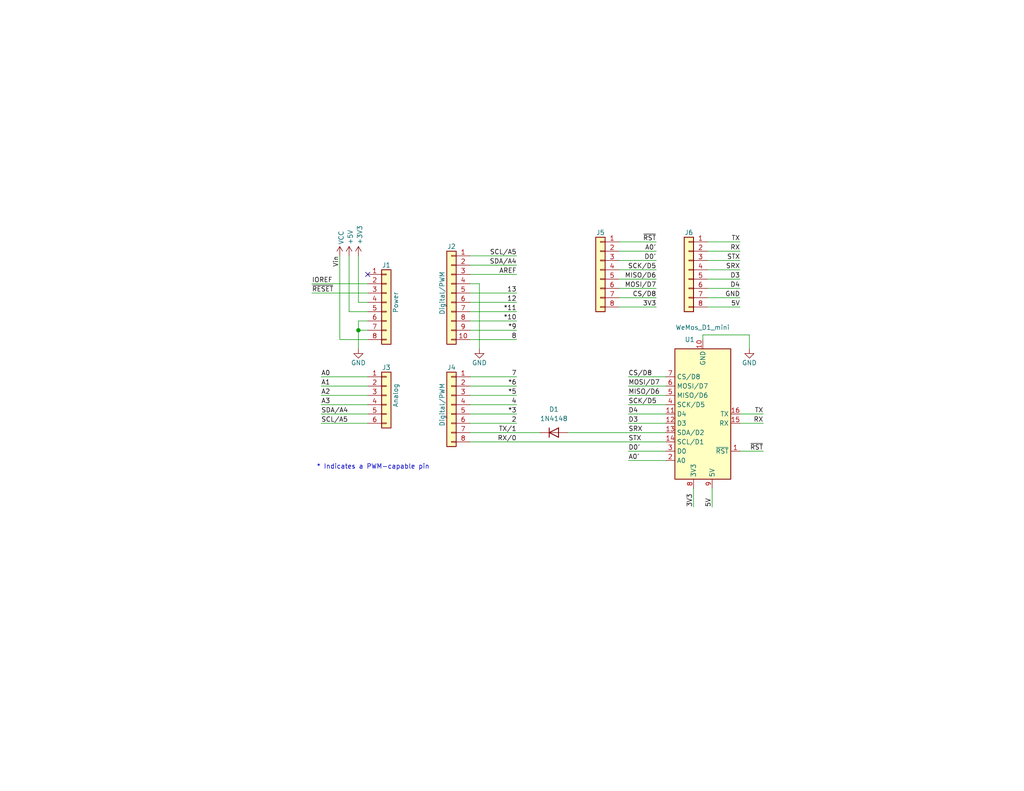
<source format=kicad_sch>
(kicad_sch (version 20231120) (generator "eeschema") (generator_version "8.0")
  (paper "USLetter")
  (title_block (title "SerialFi Arduino Shield") (date "2024-03-15") (rev "1.0") (company "(c) 2024 Nadeem Hasan") (comment 1 "of an Arduino using a browser session.") (comment 2 "over a WiFi network. A user can send and recieve serial data") (comment 3 "SerialFi enables bi-directional access to Arduino's serial port "))
  (lib_symbols
    (symbol "Connector_Generic:Conn_01x06" (pin_names (offset 1.016) hide)
      (property "Reference" "J" (at 0 7.62 0))
      (property "Value" "Conn_01x06" (at 0 -10.16 0))
      (symbol "Conn_01x06_1_1"
        (rectangle (start -1.27 -7.493) (end 0 -7.747) (stroke (width 0.1524)))
        (rectangle (start -1.27 -4.953) (end 0 -5.207) (stroke (width 0.1524)))
        (rectangle (start -1.27 -2.413) (end 0 -2.667) (stroke (width 0.1524)))
        (rectangle (start -1.27 0.127) (end 0 -0.127) (stroke (width 0.1524)))
        (rectangle (start -1.27 2.667) (end 0 2.413) (stroke (width 0.1524)))
        (rectangle (start -1.27 5.207) (end 0 4.953) (stroke (width 0.1524)))
        (rectangle (start -1.27 6.35) (end 1.27 -8.89) (stroke (width 0.254)) (fill (type background)))
        (pin passive line (at -5.08 5.08 0) (length 3.81) (name "Pin_1") (number "1"))
        (pin passive line (at -5.08 2.54 0) (length 3.81) (name "Pin_2") (number "2"))
        (pin passive line (at -5.08 0 0) (length 3.81) (name "Pin_3") (number "3"))
        (pin passive line (at -5.08 -2.54 0) (length 3.81) (name "Pin_4") (number "4"))
        (pin passive line (at -5.08 -5.08 0) (length 3.81) (name "Pin_5") (number "5"))
        (pin passive line (at -5.08 -7.62 0) (length 3.81) (name "Pin_6") (number "6"))
      )
    )
    (symbol "Connector_Generic:Conn_01x08" (pin_names (offset 1.016) hide)
      (property "Reference" "J" (at 0 10.16 0))
      (property "Value" "Conn_01x08" (at 0 -12.7 0))
      (symbol "Conn_01x08_1_1"
        (rectangle (start -1.27 -10.033) (end 0 -10.287) (stroke (width 0.1524)))
        (rectangle (start -1.27 -7.493) (end 0 -7.747) (stroke (width 0.1524)))
        (rectangle (start -1.27 -4.953) (end 0 -5.207) (stroke (width 0.1524)))
        (rectangle (start -1.27 -2.413) (end 0 -2.667) (stroke (width 0.1524)))
        (rectangle (start -1.27 0.127) (end 0 -0.127) (stroke (width 0.1524)))
        (rectangle (start -1.27 2.667) (end 0 2.413) (stroke (width 0.1524)))
        (rectangle (start -1.27 5.207) (end 0 4.953) (stroke (width 0.1524)))
        (rectangle (start -1.27 7.747) (end 0 7.493) (stroke (width 0.1524)))
        (rectangle (start -1.27 8.89) (end 1.27 -11.43) (stroke (width 0.254)) (fill (type background)))
        (pin passive line (at -5.08 7.62 0) (length 3.81) (name "Pin_1") (number "1"))
        (pin passive line (at -5.08 5.08 0) (length 3.81) (name "Pin_2") (number "2"))
        (pin passive line (at -5.08 2.54 0) (length 3.81) (name "Pin_3") (number "3"))
        (pin passive line (at -5.08 0 0) (length 3.81) (name "Pin_4") (number "4"))
        (pin passive line (at -5.08 -2.54 0) (length 3.81) (name "Pin_5") (number "5"))
        (pin passive line (at -5.08 -5.08 0) (length 3.81) (name "Pin_6") (number "6"))
        (pin passive line (at -5.08 -7.62 0) (length 3.81) (name "Pin_7") (number "7"))
        (pin passive line (at -5.08 -10.16 0) (length 3.81) (name "Pin_8") (number "8"))
      )
    )
    (symbol "Connector_Generic:Conn_01x10" (pin_names (offset 1.016) hide)
      (property "Reference" "J" (at 0 12.7 0))
      (property "Value" "Conn_01x10" (at 0 -15.24 0))
      (symbol "Conn_01x10_1_1"
        (rectangle (start -1.27 -12.573) (end 0 -12.827) (stroke (width 0.1524)))
        (rectangle (start -1.27 -10.033) (end 0 -10.287) (stroke (width 0.1524)))
        (rectangle (start -1.27 -7.493) (end 0 -7.747) (stroke (width 0.1524)))
        (rectangle (start -1.27 -4.953) (end 0 -5.207) (stroke (width 0.1524)))
        (rectangle (start -1.27 -2.413) (end 0 -2.667) (stroke (width 0.1524)))
        (rectangle (start -1.27 0.127) (end 0 -0.127) (stroke (width 0.1524)))
        (rectangle (start -1.27 2.667) (end 0 2.413) (stroke (width 0.1524)))
        (rectangle (start -1.27 5.207) (end 0 4.953) (stroke (width 0.1524)))
        (rectangle (start -1.27 7.747) (end 0 7.493) (stroke (width 0.1524)))
        (rectangle (start -1.27 10.287) (end 0 10.033) (stroke (width 0.1524)))
        (rectangle (start -1.27 11.43) (end 1.27 -13.97) (stroke (width 0.254)) (fill (type background)))
        (pin passive line (at -5.08 10.16 0) (length 3.81) (name "Pin_1") (number "1"))
        (pin passive line (at -5.08 -12.7 0) (length 3.81) (name "Pin_10") (number "10"))
        (pin passive line (at -5.08 7.62 0) (length 3.81) (name "Pin_2") (number "2"))
        (pin passive line (at -5.08 5.08 0) (length 3.81) (name "Pin_3") (number "3"))
        (pin passive line (at -5.08 2.54 0) (length 3.81) (name "Pin_4") (number "4"))
        (pin passive line (at -5.08 0 0) (length 3.81) (name "Pin_5") (number "5"))
        (pin passive line (at -5.08 -2.54 0) (length 3.81) (name "Pin_6") (number "6"))
        (pin passive line (at -5.08 -5.08 0) (length 3.81) (name "Pin_7") (number "7"))
        (pin passive line (at -5.08 -7.62 0) (length 3.81) (name "Pin_8") (number "8"))
        (pin passive line (at -5.08 -10.16 0) (length 3.81) (name "Pin_9") (number "9"))
      )
    )
    (symbol "Diode:1N4148" (pin_numbers hide) (pin_names hide)
      (property "Reference" "D" (at 0 2.54 0))
      (property "Value" "1N4148" (at 0 -2.54 0))
      (symbol "1N4148_0_1"
        (polyline (pts (xy -1.27 1.27) (xy -1.27 -1.27)) (stroke (width 0.254)))
        (polyline (pts (xy 1.27 0) (xy -1.27 0)))
        (polyline (pts (xy 1.27 1.27) (xy 1.27 -1.27) (xy -1.27 0) (xy 1.27 1.27)) (stroke (width 0.254)))
      )
      (symbol "1N4148_1_1"
        (pin passive line (at -3.81 0 0) (length 2.54) (name "K") (number "1"))
        (pin passive line (at 3.81 0 180) (length 2.54) (name "A") (number "2"))
      )
    )
    (symbol "MCU_Module:WeMos_D1_mini"
      (property "Reference" "U" (at 3.81 19.05 0))
      (property "Value" "WeMos_D1_mini" (at 1.27 -19.05 0))
      (symbol "WeMos_D1_mini_1_1"
        (rectangle (start -7.62 17.78) (end 7.62 -17.78) (stroke (width 0.254)) (fill (type background)))
        (pin input line (at -10.16 10.16 0) (length 2.54) (name "~{RST}") (number "1"))
        (pin power_in line (at 0 -20.32 90) (length 2.54) (name "GND") (number "10"))
        (pin bidirectional line (at 10.16 0 180) (length 2.54) (name "D4") (number "11"))
        (pin bidirectional line (at 10.16 2.54 180) (length 2.54) (name "D3") (number "12"))
        (pin bidirectional line (at 10.16 5.08 180) (length 2.54) (name "SDA/D2") (number "13"))
        (pin bidirectional line (at 10.16 7.62 180) (length 2.54) (name "SCL/D1") (number "14"))
        (pin input line (at -10.16 2.54 0) (length 2.54) (name "RX") (number "15"))
        (pin output line (at -10.16 0 0) (length 2.54) (name "TX") (number "16"))
        (pin input line (at 10.16 12.7 180) (length 2.54) (name "A0") (number "2"))
        (pin bidirectional line (at 10.16 10.16 180) (length 2.54) (name "D0") (number "3"))
        (pin bidirectional line (at 10.16 -2.54 180) (length 2.54) (name "SCK/D5") (number "4"))
        (pin bidirectional line (at 10.16 -5.08 180) (length 2.54) (name "MISO/D6") (number "5"))
        (pin bidirectional line (at 10.16 -7.62 180) (length 2.54) (name "MOSI/D7") (number "6"))
        (pin bidirectional line (at 10.16 -10.16 180) (length 2.54) (name "CS/D8") (number "7"))
        (pin power_out line (at 2.54 20.32 270) (length 2.54) (name "3V3") (number "8"))
        (pin power_in line (at -2.54 20.32 270) (length 2.54) (name "5V") (number "9"))
      )
    )
    (symbol "power:+3V3" (power) (pin_names (offset 0))
      (property "Value" "+3V3" (at 0 3.556 0))
      (symbol "+3V3_0_1"
        (polyline (pts (xy -0.762 1.27) (xy 0 2.54)))
        (polyline (pts (xy 0 0) (xy 0 2.54)))
        (polyline (pts (xy 0 2.54) (xy 0.762 1.27)))
      )
      (symbol "+3V3_1_1"
        (pin power_in line (at 0 0 90) (length 0) hide (name "+3V3") (number "1"))
      )
    )
    (symbol "power:+5V" (power) (pin_names (offset 0))
      (property "Value" "+5V" (at 0 3.556 0))
      (symbol "+5V_0_1"
        (polyline (pts (xy -0.762 1.27) (xy 0 2.54)))
        (polyline (pts (xy 0 0) (xy 0 2.54)))
        (polyline (pts (xy 0 2.54) (xy 0.762 1.27)))
      )
      (symbol "+5V_1_1"
        (pin power_in line (at 0 0 90) (length 0) hide (name "+5V") (number "1"))
      )
    )
    (symbol "power:GND" (power) (pin_names (offset 0))
      (property "Value" "GND" (at 0 -3.81 0))
      (symbol "GND_0_1"
        (polyline (pts (xy 0 0) (xy 0 -1.27) (xy 1.27 -1.27) (xy 0 -2.54) (xy -1.27 -1.27) (xy 0 -1.27)))
      )
      (symbol "GND_1_1"
        (pin power_in line (at 0 0 270) (length 0) hide (name "GND") (number "1"))
      )
    )
    (symbol "power:VCC" (power) (pin_names (offset 0))
      (property "Value" "VCC" (at 0 3.81 0))
      (symbol "VCC_0_1"
        (polyline (pts (xy -0.762 1.27) (xy 0 2.54)))
        (polyline (pts (xy 0 0) (xy 0 2.54)))
        (polyline (pts (xy 0 2.54) (xy 0.762 1.27)))
      )
      (symbol "VCC_1_1"
        (pin power_in line (at 0 0 90) (length 0) hide (name "VCC") (number "1"))
      )
    )
  )
  (junction (at 97.79 90.17) (diameter 1.016))
  (no_connect (at 100.33 74.93))
  (wire (pts (xy 128.27 87.63) (xy 140.97 87.63)))
  (wire (pts (xy 128.27 69.85) (xy 140.97 69.85)))
  (wire (pts (xy 194.31 138.43) (xy 194.31 133.35)))
  (wire (pts (xy 191.77 91.44) (xy 191.77 92.71)))
  (wire (pts (xy 97.79 87.63) (xy 97.79 90.17)))
  (wire (pts (xy 201.93 76.2) (xy 193.04 76.2)))
  (wire (pts (xy 171.45 110.49) (xy 181.61 110.49)))
  (wire (pts (xy 87.63 115.57) (xy 100.33 115.57)))
  (wire (pts (xy 201.93 81.28) (xy 193.04 81.28)))
  (wire (pts (xy 171.45 115.57) (xy 181.61 115.57)))
  (wire (pts (xy 179.07 68.58) (xy 168.91 68.58)))
  (wire (pts (xy 201.93 68.58) (xy 193.04 68.58)))
  (wire (pts (xy 97.79 90.17) (xy 97.79 95.25)))
  (wire (pts (xy 171.45 123.19) (xy 181.61 123.19)))
  (wire (pts (xy 204.47 91.44) (xy 191.77 91.44)))
  (wire (pts (xy 97.79 82.55) (xy 100.33 82.55)))
  (wire (pts (xy 171.45 105.41) (xy 181.61 105.41)))
  (wire (pts (xy 95.25 85.09) (xy 100.33 85.09)))
  (wire (pts (xy 95.25 69.85) (xy 95.25 85.09)))
  (wire (pts (xy 171.45 107.95) (xy 181.61 107.95)))
  (wire (pts (xy 128.27 80.01) (xy 140.97 80.01)))
  (wire (pts (xy 97.79 69.85) (xy 97.79 82.55)))
  (wire (pts (xy 128.27 102.87) (xy 140.97 102.87)))
  (wire (pts (xy 128.27 120.65) (xy 181.61 120.65)))
  (wire (pts (xy 100.33 102.87) (xy 87.63 102.87)))
  (wire (pts (xy 128.27 82.55) (xy 140.97 82.55)))
  (wire (pts (xy 189.23 138.43) (xy 189.23 133.35)))
  (wire (pts (xy 128.27 105.41) (xy 140.97 105.41)))
  (wire (pts (xy 201.93 71.12) (xy 193.04 71.12)))
  (wire (pts (xy 208.28 113.03) (xy 201.93 113.03)))
  (wire (pts (xy 204.47 95.25) (xy 204.47 91.44)))
  (wire (pts (xy 201.93 78.74) (xy 193.04 78.74)))
  (wire (pts (xy 171.45 113.03) (xy 181.61 113.03)))
  (wire (pts (xy 128.27 90.17) (xy 140.97 90.17)))
  (wire (pts (xy 179.07 71.12) (xy 168.91 71.12)))
  (wire (pts (xy 128.27 110.49) (xy 140.97 110.49)))
  (wire (pts (xy 85.09 77.47) (xy 100.33 77.47)))
  (wire (pts (xy 208.28 115.57) (xy 201.93 115.57)))
  (wire (pts (xy 179.07 73.66) (xy 168.91 73.66)))
  (wire (pts (xy 201.93 66.04) (xy 193.04 66.04)))
  (wire (pts (xy 130.81 77.47) (xy 130.81 95.25)))
  (wire (pts (xy 128.27 74.93) (xy 140.97 74.93)))
  (wire (pts (xy 171.45 125.73) (xy 181.61 125.73)))
  (wire (pts (xy 100.33 107.95) (xy 87.63 107.95)))
  (wire (pts (xy 85.09 80.01) (xy 100.33 80.01)))
  (wire (pts (xy 100.33 90.17) (xy 97.79 90.17)))
  (wire (pts (xy 201.93 83.82) (xy 193.04 83.82)))
  (wire (pts (xy 154.94 118.11) (xy 181.61 118.11)))
  (wire (pts (xy 100.33 92.71) (xy 92.71 92.71)))
  (wire (pts (xy 87.63 105.41) (xy 100.33 105.41)))
  (wire (pts (xy 128.27 77.47) (xy 130.81 77.47)))
  (wire (pts (xy 179.07 76.2) (xy 168.91 76.2)))
  (wire (pts (xy 100.33 87.63) (xy 97.79 87.63)))
  (wire (pts (xy 128.27 85.09) (xy 140.97 85.09)))
  (wire (pts (xy 179.07 78.74) (xy 168.91 78.74)))
  (wire (pts (xy 128.27 107.95) (xy 140.97 107.95)))
  (wire (pts (xy 208.28 123.19) (xy 201.93 123.19)))
  (wire (pts (xy 179.07 83.82) (xy 168.91 83.82)))
  (wire (pts (xy 87.63 110.49) (xy 100.33 110.49)))
  (wire (pts (xy 179.07 81.28) (xy 168.91 81.28)))
  (wire (pts (xy 171.45 102.87) (xy 181.61 102.87)))
  (wire (pts (xy 201.93 73.66) (xy 193.04 73.66)))
  (wire (pts (xy 128.27 72.39) (xy 140.97 72.39)))
  (wire (pts (xy 128.27 115.57) (xy 140.97 115.57)))
  (wire (pts (xy 128.27 113.03) (xy 140.97 113.03)))
  (wire (pts (xy 128.27 118.11) (xy 147.32 118.11)))
  (wire (pts (xy 92.71 92.71) (xy 92.71 69.85)))
  (wire (pts (xy 179.07 66.04) (xy 168.91 66.04)))
  (wire (pts (xy 100.33 113.03) (xy 87.63 113.03)))
  (wire (pts (xy 128.27 92.71) (xy 140.97 92.71)))
  (text "* Indicates a PWM-capable pin" (at 86.36 128.27 0) (effects (font (size 1.27 1.27)) (justify left bottom)))
  (label "RX{slash}0" (at 140.97 120.65 180))
  (label "A2" (at 87.63 107.95 0))
  (label "4" (at 140.97 110.49 180))
  (label "SRX" (at 171.45 118.11 0))
  (label "2" (at 140.97 115.57 180))
  (label "MISO/D6" (at 171.45 107.95 0))
  (label "A3" (at 87.63 110.49 0))
  (label "13" (at 140.97 80.01 180))
  (label "D4" (at 171.45 113.03 0))
  (label "12" (at 140.97 82.55 180))
  (label "~{RESET}" (at 85.09 80.01 0))
  (label "MOSI/D7" (at 171.45 105.41 0))
  (label "*10" (at 140.97 87.63 180))
  (label "D0'" (at 179.07 71.12 180))
  (label "SRX" (at 201.93 73.66 180))
  (label "MISO/D6" (at 179.07 76.2 180))
  (label "CS/D8" (at 179.07 81.28 180))
  (label "5V" (at 194.31 138.43 90))
  (label "RX" (at 201.93 68.58 180))
  (label "GND" (at 201.93 81.28 180))
  (label "A0'" (at 171.45 125.73 0))
  (label "D4" (at 201.93 78.74 180))
  (label "~{RST}" (at 179.07 66.04 180))
  (label "7" (at 140.97 102.87 180))
  (label "SDA{slash}A4" (at 140.97 72.39 180))
  (label "8" (at 140.97 92.71 180))
  (label "TX" (at 208.28 113.03 180))
  (label "~{RST}" (at 208.28 123.19 180))
  (label "5V" (at 201.93 83.82 180))
  (label "*11" (at 140.97 85.09 180))
  (label "*3" (at 140.97 113.03 180))
  (label "STX" (at 201.93 71.12 180))
  (label "RX" (at 208.28 115.57 180))
  (label "A1" (at 87.63 105.41 0))
  (label "TX{slash}1" (at 140.97 118.11 180))
  (label "TX" (at 201.93 66.04 180))
  (label "STX" (at 171.45 120.65 0))
  (label "SCK/D5" (at 179.07 73.66 180))
  (label "3V3" (at 179.07 83.82 180))
  (label "A0" (at 87.63 102.87 0))
  (label "AREF" (at 140.97 74.93 180))
  (label "Vin" (at 92.71 69.85 270))
  (label "*6" (at 140.97 105.41 180))
  (label "SCL{slash}A5" (at 140.97 69.85 180))
  (label "*9" (at 140.97 90.17 180))
  (label "CS/D8" (at 171.45 102.87 0))
  (label "SCK/D5" (at 171.45 110.49 0))
  (label "D0'" (at 171.45 123.19 0))
  (label "D3" (at 201.93 76.2 180))
  (label "*5" (at 140.97 107.95 180))
  (label "IOREF" (at 85.09 77.47 0))
  (label "D3" (at 171.45 115.57 0))
  (label "SDA{slash}A4" (at 87.63 113.03 0))
  (label "SCL{slash}A5" (at 87.63 115.57 0))
  (label "A0'" (at 179.07 68.58 180))
  (label "3V3" (at 189.23 138.43 90))
  (label "MOSI/D7" (at 179.07 78.74 180))
  (symbol (lib_id "Connector_Generic:Conn_01x08") (at 105.41 82.55 0) (unit 1)
    (property "Reference" "J1" (at 105.41 72.39 0))
    (property "Value" "Power" (at 107.95 82.55 90))
    (property "Footprint" "Connector_PinSocket_2.54mm:PinSocket_1x08_P2.54mm_Vertical" (effects (hide yes)))
  )
  (symbol (lib_id "power:+3V3") (at 97.79 69.85 0) (unit 1)
    (property "Reference" "#PWR03" (effects (hide yes)))
    (property "Value" "+3V3" (at 98.171 66.802 90) (effects (justify left)))
  )
  (symbol (lib_id "power:+5V") (at 95.25 69.85 0) (unit 1)
    (property "Reference" "#PWR02" (effects (hide yes)))
    (property "Value" "+5V" (at 95.6056 66.802 90) (effects (justify left)))
  )
  (symbol (lib_id "power:GND") (at 97.79 95.25 0) (unit 1)
    (property "Reference" "#PWR04" (effects (hide yes)))
    (property "Value" "GND" (at 97.79 99.06 0))
  )
  (symbol (lib_id "Connector_Generic:Conn_01x10") (at 123.19 80.01 0) (mirror y) (unit 1)
    (property "Reference" "J2" (at 123.19 67.31 0))
    (property "Value" "Digital/PWM" (at 120.65 80.01 90))
    (property "Footprint" "Connector_PinSocket_2.54mm:PinSocket_1x10_P2.54mm_Vertical" (effects (hide yes)))
  )
  (symbol (lib_id "power:GND") (at 130.81 95.25 0) (unit 1)
    (property "Reference" "#PWR05" (effects (hide yes)))
    (property "Value" "GND" (at 130.81 99.06 0))
  )
  (symbol (lib_id "Connector_Generic:Conn_01x06") (at 105.41 107.95 0) (unit 1)
    (property "Reference" "J3" (at 105.41 100.33 0))
    (property "Value" "Analog" (at 107.95 107.95 90))
    (property "Footprint" "Connector_PinSocket_2.54mm:PinSocket_1x06_P2.54mm_Vertical" (effects (hide yes)))
  )
  (symbol (lib_id "Connector_Generic:Conn_01x08") (at 123.19 110.49 0) (mirror y) (unit 1)
    (property "Reference" "J4" (at 123.19 100.33 0))
    (property "Value" "Digital/PWM" (at 120.65 110.49 90))
    (property "Footprint" "Connector_PinSocket_2.54mm:PinSocket_1x08_P2.54mm_Vertical" (effects (hide yes)))
  )
  (symbol (lib_id "Diode:1N4148") (at 151.13 118.11 0) (unit 1)
    (property "Reference" "D1" (at 151.13 111.76 0))
    (property "Value" "1N4148" (at 151.13 114.3 0))
    (property "Footprint" "Diode_THT:D_DO-35_SOD27_P7.62mm_Horizontal" (effects (hide yes)))
    (property "Datasheet" "https://assets.nexperia.com/documents/data-sheet/1N4148_1N4448.pdf" (effects (hide yes)))
    (property "Description" "100V 0.15A standard switching diode, DO-35" (effects (hide yes)))
    (property "Sim.Device" "D" (effects (hide yes)))
    (property "Sim.Pins" "1=K 2=A" (effects (hide yes)))
  )
  (symbol (lib_id "power:GND") (at 204.47 95.25 0) (unit 1)
    (property "Reference" "#PWR06" (effects (hide yes)))
    (property "Value" "GND" (at 204.47 99.06 0))
  )
  (symbol (lib_id "MCU_Module:WeMos_D1_mini") (at 191.77 113.03 180) (unit 1)
    (property "Reference" "U1" (at 189.5759 92.71 0) (effects (justify left)))
    (property "Value" "WeMos_D1_mini" (at 199.136 89.408 0) (effects (justify left)))
    (property "Footprint" "Module:WEMOS_D1_mini_light" (effects (hide yes)))
    (property "Datasheet" "https://wiki.wemos.cc/products:d1:d1_mini#documentation" (effects (hide yes)))
    (property "Description" "32-bit microcontroller module with WiFi" (effects (hide yes)))
  )
  (symbol (lib_id "power:VCC") (at 92.71 69.85 0) (unit 1)
    (property "Reference" "#PWR01" (effects (hide yes)))
    (property "Value" "VCC" (at 93.091 66.802 90) (effects (justify left)))
  )
  (symbol (lib_id "Connector_Generic:Conn_01x08") (at 187.96 73.66 0) (mirror y) (unit 1) (in_bom no)
    (property "Reference" "J6" (at 187.96 63.5 0))
    (property "Value" "Digital/PWM" (effects (hide yes)))
    (property "Footprint" "Connector_PinSocket_2.54mm:PinSocket_1x08_P2.54mm_Vertical" (effects (hide yes)))
  )
  (symbol (lib_id "Connector_Generic:Conn_01x08") (at 163.83 73.66 0) (mirror y) (unit 1) (in_bom no)
    (property "Reference" "J5" (at 163.83 63.5 0))
    (property "Value" "Digital/PWM" (effects (hide yes)))
    (property "Footprint" "Connector_PinSocket_2.54mm:PinSocket_1x08_P2.54mm_Vertical" (effects (hide yes)))
  )
)
</source>
